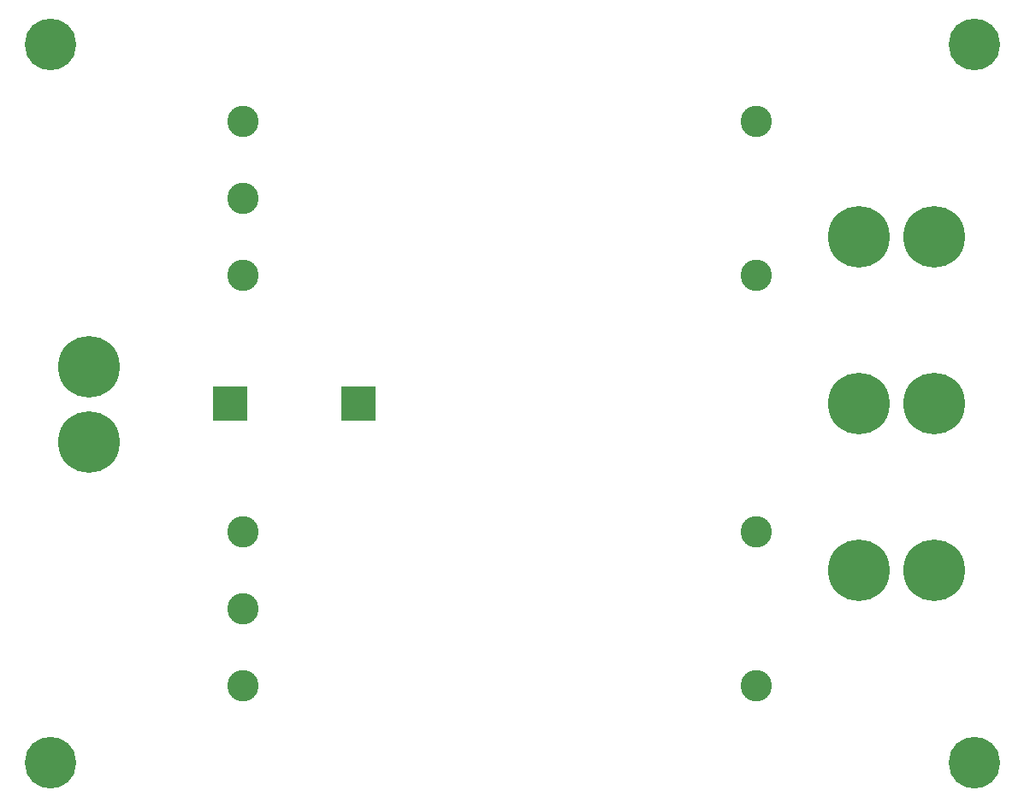
<source format=gts>
G04 #@! TF.GenerationSoftware,KiCad,Pcbnew,(5.0.0)*
G04 #@! TF.CreationDate,2018-11-06T14:57:09-07:00*
G04 #@! TF.ProjectId,PDU-Board,5044552D426F6172642E6B696361645F,rev?*
G04 #@! TF.SameCoordinates,Original*
G04 #@! TF.FileFunction,Soldermask,Top*
G04 #@! TF.FilePolarity,Negative*
%FSLAX46Y46*%
G04 Gerber Fmt 4.6, Leading zero omitted, Abs format (unit mm)*
G04 Created by KiCad (PCBNEW (5.0.0)) date 11/06/18 14:57:09*
%MOMM*%
%LPD*%
G01*
G04 APERTURE LIST*
%ADD10R,3.351600X3.351600*%
%ADD11C,6.101600*%
%ADD12C,3.101600*%
%ADD13C,5.101600*%
G04 APERTURE END LIST*
D10*
G04 #@! TO.C,30A*
X115620000Y-107950000D03*
X128270000Y-107950000D03*
G04 #@! TD*
D11*
G04 #@! TO.C,J0*
X101600000Y-104260000D03*
X101600000Y-111760000D03*
G04 #@! TD*
G04 #@! TO.C,J1*
X177800000Y-91440000D03*
X185300000Y-91440000D03*
G04 #@! TD*
G04 #@! TO.C,J2*
X185300000Y-124460000D03*
X177800000Y-124460000D03*
G04 #@! TD*
G04 #@! TO.C,J3*
X177800000Y-107950000D03*
X185300000Y-107950000D03*
G04 #@! TD*
D12*
G04 #@! TO.C,U0*
X116840000Y-87630000D03*
X167640000Y-95250000D03*
X167640000Y-80010000D03*
X116840000Y-80010000D03*
X116840000Y-95250000D03*
G04 #@! TD*
G04 #@! TO.C,U1*
X116840000Y-135890000D03*
X116840000Y-120650000D03*
X167640000Y-120650000D03*
X167640000Y-135890000D03*
X116840000Y-128270000D03*
G04 #@! TD*
D13*
G04 #@! TO.C,REF\002A\002A*
X97790000Y-72390000D03*
G04 #@! TD*
G04 #@! TO.C,REF\002A\002A*
X97790000Y-143510000D03*
G04 #@! TD*
G04 #@! TO.C,REF\002A\002A*
X189230000Y-143510000D03*
G04 #@! TD*
G04 #@! TO.C,REF\002A\002A*
X189230000Y-72390000D03*
G04 #@! TD*
M02*

</source>
